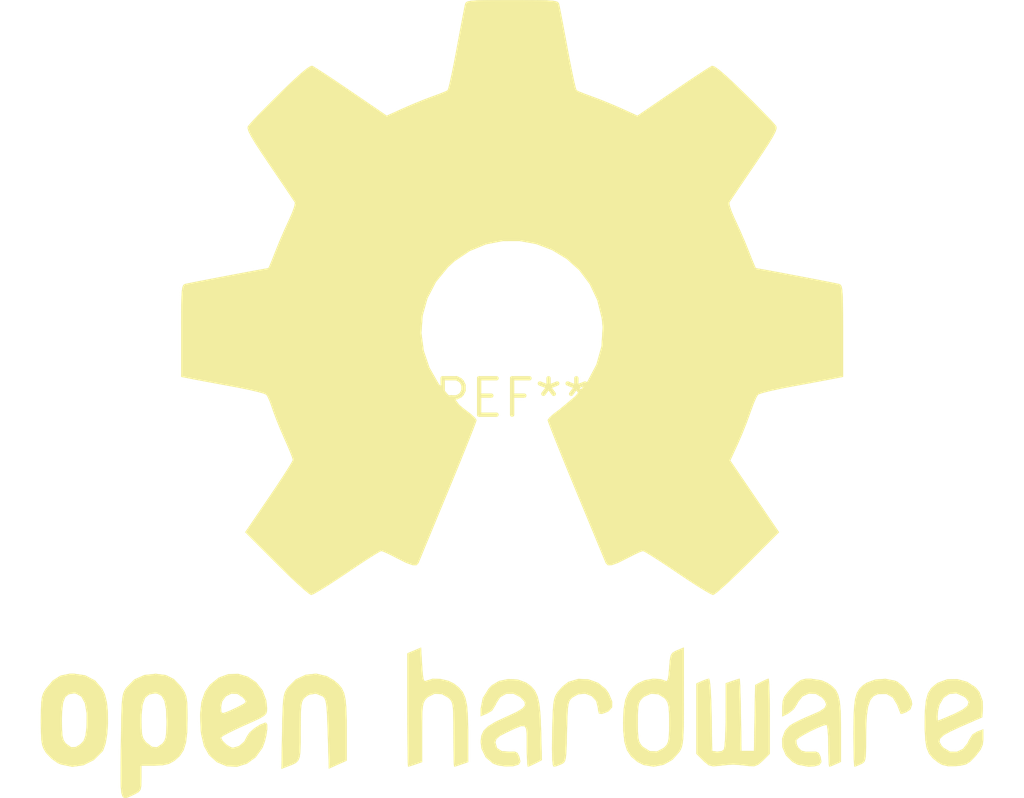
<source format=kicad_pcb>
(kicad_pcb (version 20240108) (generator pcbnew)
  (layers (0 "F.Cu" signal) (31 "B.Cu" signal) (34 "B.Paste" user) (35 "F.Paste" user) (36 "B.SilkS" user "B.Silkscreen") (37 "F.SilkS" user "F.Silkscreen") (38 "B.Mask" user) (39 "F.Mask" user) (44 "Edge.Cuts" user))
  (net 0 "")
  (footprint "OSHW-Logo2_36.5x30mm_SilkScreen" (layer "F.Cu") (at 0 0)
    (property "Reference" "REF**")
    (property "Value" "OSHW-Logo2_36.5x30mm_SilkScreen")
    (fp_poly (pts (xy 13.339224 9.850046) (xy 13.426463 9.888173) (xy 13.634692 10.053088) (xy 13.812756 10.291544) (xy 13.922881 10.546016) (xy 13.940805 10.671469) (xy 13.880713 10.846617) (xy 13.748901 10.939293) (xy 13.607577 10.99541) (xy 13.542865 11.00575) (xy 13.511355 10.930707) (xy 13.449135 10.767403) (xy 13.421837 10.693614) (xy 13.268771 10.438369) (xy 13.047153 10.311057) (xy 12.762982 10.314972) (xy 12.741934 10.319986) (xy 12.59022 10.391917) (xy 12.478685 10.532147) (xy 12.402506 10.757908) (xy 12.356861 11.086427) (xy 12.336926 11.534934) (xy 12.335057 11.773584) (xy 12.33413 12.149783) (xy 12.328056 12.406237) (xy 12.311899 12.569181) (xy 12.28072 12.664845) (xy 12.229582 12.719464) (xy 12.153547 12.759269) (xy 12.149152 12.761273) (xy 12.002727 12.82318) (xy 11.930186 12.845977) (xy 11.91904 12.777055) (xy 11.909498 12.58655) (xy 11.902247 12.298852) (xy 11.897977 11.938353) (xy 11.897126 11.674536) (xy 11.901469 11.164032) (xy 11.918455 10.776742) (xy 11.954018 10.49006) (xy 12.014094 10.281379) (xy 12.10462 10.12809) (xy 12.231529 10.007586) (xy 12.356848 9.923482) (xy 12.658186 9.811548) (xy 13.008893 9.786302) (xy 13.339224 9.850046)) (layer "F.SilkS") (stroke (width 0.01)) (fill solid))
    (fp_poly (pts (xy -6.456427 9.694298) (xy -6.222193 9.829785) (xy -6.059339 9.964267) (xy -5.940234 10.105164) (xy -5.858181 10.277468) (xy -5.806485 10.506171) (xy -5.77845 10.816266) (xy -5.767379 11.232744) (xy -5.766092 11.532128) (xy -5.766092 12.634149) (xy -6.076293 12.773208) (xy -6.386494 12.912268) (xy -6.422989 11.705237) (xy -6.438068 11.254449) (xy -6.453887 10.927252) (xy -6.473486 10.701278) (xy -6.499908 10.554161) (xy -6.536192 10.463532) (xy -6.585381 10.407024) (xy -6.601163 10.394793) (xy -6.840281 10.299266) (xy -7.081982 10.337067) (xy -7.225862 10.437356) (xy -7.284389 10.508424) (xy -7.324902 10.601681) (xy -7.350649 10.743058) (xy -7.364878 10.958486) (xy -7.37084 11.273896) (xy -7.371839 11.602605) (xy -7.372035 12.014999) (xy -7.379097 12.306903) (xy -7.402732 12.503776) (xy -7.45265 12.631077) (xy -7.538561 12.714266) (xy -7.670171 12.778801) (xy -7.845958 12.845861) (xy -8.037949 12.918856) (xy -8.015095 11.623365) (xy -8.005892 11.156347) (xy -7.995124 10.811225) (xy -7.979693 10.563921) (xy -7.956496 10.390363) (xy -7.922432 10.266474) (xy -7.874402 10.168182) (xy -7.816496 10.08146) (xy -7.537121 9.804425) (xy -7.196219 9.644222) (xy -6.825438 9.605847) (xy -6.456427 9.694298)) (layer "F.SilkS") (stroke (width 0.01)) (fill solid))
    (fp_poly (pts (xy 2.664857 9.8048) (xy 2.996413 9.927149) (xy 3.265024 10.143549) (xy 3.370079 10.29588) (xy 3.484606 10.575402) (xy 3.482227 10.777515) (xy 3.36202 10.913446) (xy 3.317543 10.93656) (xy 3.12551 11.008626) (xy 3.02744 10.990163) (xy 2.994222 10.869146) (xy 2.992529 10.802299) (xy 2.931714 10.556371) (xy 2.773202 10.384336) (xy 2.552885 10.301245) (xy 2.306658 10.322153) (xy 2.106505 10.43074) (xy 2.038902 10.49268) (xy 1.990984 10.567823) (xy 1.958615 10.681413) (xy 1.937659 10.858691) (xy 1.923981 11.124899) (xy 1.913445 11.505279) (xy 1.910717 11.625719) (xy 1.900766 12.037737) (xy 1.889453 12.327721) (xy 1.872486 12.519582) (xy 1.845576 12.637233) (xy 1.804432 12.704587) (xy 1.744765 12.745557) (xy 1.706564 12.763657) (xy 1.544333 12.82555) (xy 1.448835 12.845977) (xy 1.41728 12.777757) (xy 1.398019 12.571509) (xy 1.390949 12.224852) (xy 1.395966 11.735406) (xy 1.397528 11.659914) (xy 1.408552 11.213372) (xy 1.421588 10.887308) (xy 1.440138 10.656229) (xy 1.467705 10.494644) (xy 1.507792 10.377062) (xy 1.563902 10.27799) (xy 1.593254 10.235537) (xy 1.761548 10.0477) (xy 1.949775 9.901595) (xy 1.972819 9.888841) (xy 2.310333 9.788149) (xy 2.664857 9.8048)) (layer "F.SilkS") (stroke (width 0.01)) (fill solid))
    (fp_poly (pts (xy 8.950309 9.8496) (xy 8.961448 10.041633) (xy 8.970177 10.333477) (xy 8.975787 10.702053) (xy 8.977586 11.088639) (xy 8.977586 12.396817) (xy 8.746612 12.627792) (xy 8.587444 12.770117) (xy 8.447723 12.827768) (xy 8.256755 12.824119) (xy 8.180951 12.814834) (xy 7.944025 12.787815) (xy 7.748055 12.772332) (xy 7.700287 12.770903) (xy 7.539248 12.780256) (xy 7.308928 12.803735) (xy 7.219624 12.814834) (xy 7.000285 12.832002) (xy 6.852883 12.794712) (xy 6.706724 12.679587) (xy 6.653963 12.627792) (xy 6.422988 12.396817) (xy 6.422988 9.949868) (xy 6.608894 9.865164) (xy 6.768974 9.802424) (xy 6.86263 9.78046) (xy 6.886643 9.849875) (xy 6.909087 10.043826) (xy 6.928466 10.340871) (xy 6.943285 10.719569) (xy 6.950432 11.039512) (xy 6.970402 12.298563) (xy 7.144619 12.323196) (xy 7.303073 12.305973) (xy 7.380714 12.250208) (xy 7.402417 12.145947) (xy 7.420946 11.923859) (xy 7.434828 11.612086) (xy 7.442591 11.238767) (xy 7.44371 11.046652) (xy 7.444828 9.940717) (xy 7.674685 9.860589) (xy 7.837373 9.806109) (xy 7.925868 9.780702) (xy 7.928421 9.78046) (xy 7.937299 9.849523) (xy 7.947057 10.041027) (xy 7.956878 10.331448) (xy 7.96594 10.697261) (xy 7.972271 11.039512) (xy 7.992241 12.298563) (xy 8.430172 12.298563) (xy 8.450268 11.149913) (xy 8.470364 10.001262) (xy 8.683856 9.890861) (xy 8.841483 9.815049) (xy 8.934775 9.780646) (xy 8.937467 9.78046) (xy 8.950309 9.8496)) (layer "F.SilkS") (stroke (width 0.01)) (fill solid))
    (fp_poly (pts (xy -3.138506 9.309643) (xy -3.117116 9.607969) (xy -3.092548 9.783766) (xy -3.058503 9.860447) (xy -3.008683 9.861428) (xy -2.992529 9.852274) (xy -2.777651 9.785995) (xy -2.498138 9.789865) (xy -2.213964 9.857998) (xy -2.036225 9.946139) (xy -1.853987 10.086946) (xy -1.720767 10.246297) (xy -1.629313 10.448774) (xy -1.572376 10.718964) (xy -1.542703 11.08145) (xy -1.533045 11.560816) (xy -1.532872 11.652774) (xy -1.532759 12.68572) (xy -1.762616 12.765849) (xy -1.92587 12.820361) (xy -2.015439 12.845742) (xy -2.018076 12.845977) (xy -2.026896 12.77715) (xy -2.034403 12.587308) (xy -2.040025 12.301412) (xy -2.043191 11.944422) (xy -2.043678 11.727378) (xy -2.044694 11.299432) (xy -2.049921 10.99272) (xy -2.062633 10.782501) (xy -2.086101 10.644034) (xy -2.123597 10.552579) (xy -2.178394 10.483397) (xy -2.212607 10.450079) (xy -2.447628 10.315821) (xy -2.704089 10.305767) (xy -2.936776 10.419312) (xy -2.979806 10.460308) (xy -3.042921 10.537393) (xy -3.086699 10.628828) (xy -3.114645 10.761037) (xy -3.130259 10.960442) (xy -3.137045 11.253464) (xy -3.138506 11.657478) (xy -3.138506 12.68572) (xy -3.368363 12.765849) (xy -3.531617 12.820361) (xy -3.621187 12.845742) (xy -3.623823 12.845977) (xy -3.630563 12.77612) (xy -3.636638 12.579076) (xy -3.641806 12.273633) (xy -3.645822 11.878581) (xy -3.648442 11.412707) (xy -3.649424 10.894801) (xy -3.649425 10.871764) (xy -3.649425 8.897551) (xy -3.412213 8.797492) (xy -3.175 8.697433) (xy -3.138506 9.309643)) (layer "F.SilkS") (stroke (width 0.01)) (fill solid))
    (fp_poly (pts (xy -14.879449 9.665037) (xy -14.537347 9.84492) (xy -14.284873 10.134416) (xy -14.195189 10.320533) (xy -14.125402 10.59998) (xy -14.089678 10.953067) (xy -14.086291 11.338428) (xy -14.113513 11.714698) (xy -14.169617 12.040513) (xy -14.252875 12.274507) (xy -14.278463 12.314806) (xy -14.581546 12.615622) (xy -14.941533 12.795793) (xy -15.332152 12.84852) (xy -15.727131 12.767005) (xy -15.837051 12.718134) (xy -16.05111 12.56753) (xy -16.23898 12.367837) (xy -16.256735 12.342511) (xy -16.328903 12.220453) (xy -16.376608 12.089976) (xy -16.40479 11.918212) (xy -16.418389 11.672295) (xy -16.422345 11.319359) (xy -16.422414 11.24023) (xy -16.422232 11.215048) (xy -15.692529 11.215048) (xy -15.688282 11.548141) (xy -15.671569 11.769185) (xy -15.636437 11.911962) (xy -15.576929 12.010255) (xy -15.546552 12.043104) (xy -15.371911 12.16793) (xy -15.202354 12.162237) (xy -15.030914 12.05396) (xy -14.928662 11.938366) (xy -14.868105 11.769644) (xy -14.834098 11.503582) (xy -14.831765 11.472551) (xy -14.825961 10.990367) (xy -14.886626 10.63225) (xy -15.012939 10.4004) (xy -15.204081 10.297017) (xy -15.272311 10.291379) (xy -15.451473 10.319732) (xy -15.574025 10.417959) (xy -15.648956 10.605815) (xy -15.685252 10.903055) (xy -15.692529 11.215048) (xy -16.422232 11.215048) (xy -16.419695 10.864147) (xy -16.408281 10.601372) (xy -16.383279 10.419286) (xy -16.339803 10.28527) (xy -16.272961 10.166704) (xy -16.25819 10.14466) (xy -16.009921 9.847517) (xy -15.739396 9.675021) (xy -15.410048 9.606547) (xy -15.298209 9.603202) (xy -14.879449 9.665037)) (layer "F.SilkS") (stroke (width 0.01)) (fill solid))
    (fp_poly (pts (xy 15.858597 9.89135) (xy 16.147374 10.080085) (xy 16.28666 10.249044) (xy 16.397009 10.555638) (xy 16.405773 10.798245) (xy 16.385919 11.12264) (xy 15.637787 11.450097) (xy 15.274026 11.617395) (xy 15.036343 11.751975) (xy 14.912753 11.868541) (xy 14.891276 11.9818) (xy 14.95993 12.106456) (xy 15.035632 12.189081) (xy 15.255907 12.321584) (xy 15.495491 12.330868) (xy 15.71553 12.227602) (xy 15.877171 12.022458) (xy 15.906082 11.950019) (xy 16.044563 11.723772) (xy 16.203882 11.627351) (xy 16.422414 11.544864) (xy 16.422414 11.857585) (xy 16.403094 12.070389) (xy 16.327414 12.249845) (xy 16.168795 12.455891) (xy 16.145219 12.482666) (xy 15.968782 12.665979) (xy 15.817118 12.764355) (xy 15.627374 12.809613) (xy 15.470076 12.824434) (xy 15.188716 12.828127) (xy 14.988425 12.781337) (xy 14.863474 12.711868) (xy 14.667094 12.559102) (xy 14.531158 12.393886) (xy 14.445129 12.186103) (xy 14.398469 11.905635) (xy 14.38064 11.522366) (xy 14.379217 11.327841) (xy 14.384056 11.094632) (xy 14.824748 11.094632) (xy 14.829859 11.219741) (xy 14.842598 11.24023) (xy 14.926664 11.212396) (xy 15.107576 11.138733) (xy 15.349368 11.034002) (xy 15.399932 11.011492) (xy 15.705508 10.856106) (xy 15.873868 10.719538) (xy 15.910869 10.591622) (xy 15.822367 10.462191) (xy 15.749277 10.405001) (xy 15.48554 10.290625) (xy 15.23869 10.309521) (xy 15.032031 10.449129) (xy 14.888869 10.696883) (xy 14.84297 10.893535) (xy 14.824748 11.094632) (xy 14.384056 11.094632) (xy 14.388648 10.873378) (xy 14.423397 10.537133) (xy 14.492235 10.292289) (xy 14.60393 10.112028) (xy 14.767253 9.969532) (xy 14.838457 9.923482) (xy 15.161906 9.803554) (xy 15.51603 9.796008) (xy 15.858597 9.89135)) (layer "F.SilkS") (stroke (width 0.01)) (fill solid))
    (fp_poly (pts (xy 5.984785 10.386139) (xy 5.983858 10.931653) (xy 5.98027 11.351298) (xy 5.972506 11.665176) (xy 5.959055 11.893388) (xy 5.938404 12.056038) (xy 5.90904 12.173228) (xy 5.869452 12.26506) (xy 5.839475 12.317478) (xy 5.591224 12.601736) (xy 5.276471 12.779912) (xy 4.928228 12.843846) (xy 4.579511 12.785374) (xy 4.371857 12.680298) (xy 4.153862 12.498529) (xy 4.005291 12.276531) (xy 3.915652 11.985801) (xy 3.874453 11.597838) (xy 3.868618 11.313219) (xy 3.869405 11.292765) (xy 4.37931 11.292765) (xy 4.382425 11.619144) (xy 4.396694 11.835201) (xy 4.429511 11.976546) (xy 4.488264 12.078784) (xy 4.558464 12.155904) (xy 4.794219 12.304763) (xy 5.04735 12.317479) (xy 5.286589 12.193198) (xy 5.30521 12.176358) (xy 5.384686 12.088756) (xy 5.43452 11.984529) (xy 5.461499 11.829404) (xy 5.472412 11.58911) (xy 5.474138 11.323447) (xy 5.470397 10.989701) (xy 5.454911 10.767055) (xy 5.421285 10.620733) (xy 5.363126 10.515955) (xy 5.315438 10.460308) (xy 5.093907 10.319963) (xy 4.838769 10.303088) (xy 4.595238 10.410284) (xy 4.548239 10.450079) (xy 4.468232 10.538454) (xy 4.418296 10.643755) (xy 4.391483 10.800627) (xy 4.380848 11.043719) (xy 4.37931 11.292765) (xy 3.869405 11.292765) (xy 3.886259 10.854868) (xy 3.946179 10.510489) (xy 4.058869 10.25158) (xy 4.234821 10.04964) (xy 4.371857 9.946139) (xy 4.62094 9.834321) (xy 4.909637 9.782419) (xy 5.177998 9.796312) (xy 5.328161 9.852357) (xy 5.387088 9.868307) (xy 5.426191 9.808837) (xy 5.453487 9.649471) (xy 5.474138 9.406718) (xy 5.496747 9.136353) (xy 5.528153 8.973687) (xy 5.585298 8.880669) (xy 5.685126 8.819248) (xy 5.747845 8.792048) (xy 5.985057 8.692679) (xy 5.984785 10.386139)) (layer "F.SilkS") (stroke (width 0.01)) (fill solid))
    (fp_poly (pts (xy -9.211121 9.711691) (xy -8.923356 9.905279) (xy -8.700973 10.184873) (xy -8.568127 10.540663) (xy -8.541258 10.802537) (xy -8.54431 10.911816) (xy -8.56986 10.995486) (xy -8.640097 11.070447) (xy -8.77721 11.153599) (xy -9.003388 11.261844) (xy -9.34082 11.412082) (xy -9.342529 11.412836) (xy -9.653124 11.555093) (xy -9.907819 11.681414) (xy -10.080583 11.778199) (xy -10.145385 11.83185) (xy -10.145402 11.832282) (xy -10.088288 11.949111) (xy -9.954727 12.077886) (xy -9.801395 12.170653) (xy -9.723712 12.189081) (xy -9.511777 12.125346) (xy -9.329268 11.965728) (xy -9.240218 11.790234) (xy -9.15455 11.660857) (xy -8.986743 11.513522) (xy -8.789481 11.38624) (xy -8.615449 11.317022) (xy -8.579057 11.313219) (xy -8.538093 11.375802) (xy -8.535625 11.535778) (xy -8.565729 11.751482) (xy -8.622484 11.981252) (xy -8.699966 12.183424) (xy -8.703879 12.191273) (xy -8.937047 12.516835) (xy -9.23924 12.738277) (xy -9.582432 12.846966) (xy -9.9386 12.834265) (xy -10.279719 12.691541) (xy -10.294887 12.681505) (xy -10.563225 12.438316) (xy -10.73967 12.121023) (xy -10.837316 11.703815) (xy -10.850421 11.586597) (xy -10.87363 11.033324) (xy -10.845806 10.775311) (xy -10.145402 10.775311) (xy -10.136302 10.936257) (xy -10.086527 10.983228) (xy -9.962436 10.948088) (xy -9.766833 10.865022) (xy -9.548186 10.760898) (xy -9.542752 10.758141) (xy -9.357426 10.660662) (xy -9.283047 10.59561) (xy -9.301388 10.527413) (xy -9.378618 10.437804) (xy -9.5751 10.308127) (xy -9.786694 10.298599) (xy -9.976493 10.392973) (xy -10.107589 10.575004) (xy -10.145402 10.775311) (xy -10.845806 10.775311) (xy -10.825891 10.590652) (xy -10.703414 10.239572) (xy -10.53291 9.993619) (xy -10.225163 9.745074) (xy -9.886179 9.621778) (xy -9.540114 9.613921) (xy -9.211121 9.711691)) (layer "F.SilkS") (stroke (width 0.01)) (fill solid))
    (fp_poly (pts (xy 0.199861 9.810901) (xy 0.485857 9.917104) (xy 0.489129 9.919146) (xy 0.666008 10.049325) (xy 0.796589 10.201459) (xy 0.888428 10.399718) (xy 0.949084 10.668272) (xy 0.986113 11.031292) (xy 1.007073 11.512949) (xy 1.00891 11.581571) (xy 1.035299 12.616303) (xy 0.813228 12.73114) (xy 0.652545 12.808745) (xy 0.555525 12.845516) (xy 0.551038 12.845977) (xy 0.534249 12.778126) (xy 0.520912 12.595103) (xy 0.512708 12.327702) (xy 0.510919 12.111174) (xy 0.510878 11.760406) (xy 0.494843 11.540128) (xy 0.438949 11.435063) (xy 0.319331 11.429937) (xy 0.112123 11.509475) (xy -0.200718 11.655681) (xy -0.430758 11.777113) (xy -0.549073 11.882466) (xy -0.583855 11.99729) (xy -0.583908 12.002973) (xy -0.526512 12.200777) (xy -0.356576 12.307637) (xy -0.096505 12.323115) (xy 0.090824 12.32043) (xy 0.189598 12.374383) (xy 0.251196 12.503977) (xy 0.286648 12.669081) (xy 0.235557 12.762761) (xy 0.21632 12.776169) (xy 0.035207 12.830015) (xy -0.218418 12.837638) (xy -0.479609 12.801946) (xy -0.664687 12.73672) (xy -0.92057 12.519463) (xy -1.066023 12.217041) (xy -1.094828 11.980769) (xy -1.072845 11.767655) (xy -0.993299 11.593691) (xy -0.835791 11.439181) (xy -0.579922 11.28443) (xy -0.205294 11.109743) (xy -0.182471 11.09987) (xy 0.154993 10.943971) (xy 0.363235 10.816115) (xy 0.452493 10.701221) (xy 0.433008 10.584208) (xy 0.315017 10.449996) (xy 0.279734 10.419109) (xy 0.043398 10.299353) (xy -0.201486 10.304395) (xy -0.414759 10.42181) (xy -0.55626 10.639172) (xy -0.569408 10.681836) (xy -0.697443 10.88876) (xy -0.859907 10.98843) (xy -1.094828 11.087206) (xy -1.094828 10.831645) (xy -1.023367 10.460181) (xy -0.811262 10.11946) (xy -0.700887 10.005477) (xy -0.449987 9.859184) (xy -0.130912 9.79296) (xy 0.199861 9.810901)) (layer "F.SilkS") (stroke (width 0.01)) (fill solid))
    (fp_poly (pts (xy -12.070251 9.654758) (xy -11.791375 9.793806) (xy -11.54523 10.049827) (xy -11.477443 10.14466) (xy -11.403594 10.268751) (xy -11.35568 10.403531) (xy -11.328268 10.583411) (xy -11.315928 10.842805) (xy -11.313218 11.185252) (xy -11.325455 11.654539) (xy -11.36799 12.006896) (xy -11.449558 12.26977) (xy -11.578896 12.470607) (xy -11.76474 12.636853) (xy -11.778395 12.646696) (xy -11.961549 12.747384) (xy -12.182101 12.797201) (xy -12.462595 12.809483) (xy -12.918582 12.809483) (xy -12.918774 13.252143) (xy -12.923017 13.498675) (xy -12.948874 13.643284) (xy -13.016446 13.730014) (xy -13.14583 13.802911) (xy -13.176902 13.817804) (xy -13.322308 13.887597) (xy -13.43489 13.931679) (xy -13.518604 13.935486) (xy -13.577405 13.884453) (xy -13.615249 13.764017) (xy -13.636093 13.559614) (xy -13.643891 13.25668) (xy -13.6426 12.840651) (xy -13.636177 12.296963) (xy -13.634171 12.134339) (xy -13.626944 11.573755) (xy -13.62047 11.207053) (xy -12.918966 11.207053) (xy -12.915023 11.518315) (xy -12.8975 11.721967) (xy -12.857855 11.856288) (xy -12.787547 11.959559) (xy -12.739812 12.009927) (xy -12.544662 12.157303) (xy -12.371882 12.169299) (xy -12.1936 12.047595) (xy -12.189081 12.043104) (xy -12.116544 11.949045) (xy -12.072418 11.821211) (xy -12.05016 11.624345) (xy -12.043229 11.323189) (xy -12.043104 11.25647) (xy -12.059854 10.841458) (xy -12.11438 10.553763) (xy -12.213089 10.378135) (xy -12.36239 10.299323) (xy -12.448679 10.291379) (xy -12.653474 10.32865) (xy -12.793948 10.451371) (xy -12.878506 10.675904) (xy -12.915551 11.018614) (xy -12.918966 11.207053) (xy -13.62047 11.207053) (xy -13.619284 11.139881) (xy -13.609383 10.813455) (xy -13.595436 10.575219) (xy -13.575635 10.40591) (xy -13.548174 10.286269) (xy -13.511247 10.197034) (xy -13.463046 10.118944) (xy -13.442378 10.08956) (xy -13.168219 9.811992) (xy -12.821587 9.654618) (xy -12.420616 9.610744) (xy -12.070251 9.654758)) (layer "F.SilkS") (stroke (width 0.01)) (fill solid))
    (fp_poly (pts (xy 10.786016 9.837891) (xy 10.996172 9.933484) (xy 11.161124 10.049314) (xy 11.281986 10.17883) (xy 11.365431 10.345908) (xy 11.418133 10.574423) (xy 11.446767 10.888252) (xy 11.458008 11.311269) (xy 11.459195 11.589832) (xy 11.459195 12.676569) (xy 11.27329 12.761273) (xy 11.126865 12.82318) (xy 11.054324 12.845977) (xy 11.040446 12.778142) (xy 11.029437 12.595236) (xy 11.022696 12.328158) (xy 11.021264 12.116092) (xy 11.015114 11.809719) (xy 10.998531 11.566669) (xy 10.974316 11.417836) (xy 10.95508 11.386207) (xy 10.825778 11.418506) (xy 10.622793 11.501349) (xy 10.387755 11.613653) (xy 10.162293 11.734337) (xy 9.988038 11.84232) (xy 9.906619 11.916519) (xy 9.906297 11.917322) (xy 9.9133 12.054642) (xy 9.976098 12.18573) (xy 10.086352 12.292203) (xy 10.247273 12.327815) (xy 10.384802 12.323665) (xy 10.579586 12.320612) (xy 10.681831 12.366246) (xy 10.743237 12.486814) (xy 10.75098 12.50955) (xy 10.7776 12.681496) (xy 10.706413 12.7859) (xy 10.52086 12.835657) (xy 10.32042 12.84486) (xy 9.959725 12.776645) (xy 9.773006 12.679226) (xy 9.542406 12.450369) (xy 9.420108 12.169456) (xy 9.409134 11.872628) (xy 9.512503 11.596027) (xy 9.667991 11.422701) (xy 9.823234 11.325663) (xy 10.067238 11.202812) (xy 10.35158 11.078229) (xy 10.398975 11.059192) (xy 10.711303 10.921362) (xy 10.891347 10.799885) (xy 10.949251 10.679119) (xy 10.895159 10.543425) (xy 10.802299 10.437356) (xy 10.582818 10.306755) (xy 10.341325 10.296959) (xy 10.119859 10.397602) (xy 9.960464 10.598316) (xy 9.939543 10.6501) (xy 9.817739 10.840563) (xy 9.639912 10.981963) (xy 9.415517 11.098002) (xy 9.415517 10.768961) (xy 9.428725 10.567919) (xy 9.485354 10.409466) (xy 9.610917 10.240408) (xy 9.731454 10.11019) (xy 9.918886 9.925805) (xy 10.064514 9.826756) (xy 10.22093 9.787025) (xy 10.397983 9.78046) (xy 10.786016 9.837891)) (layer "F.SilkS") (stroke (width 0.01)) (fill solid))
    (fp_poly (pts (xy 0.522534 -13.867505) (xy 0.917515 -13.865342) (xy 1.203368 -13.859487) (xy 1.398517 -13.848095) (xy 1.521385 -13.829325) (xy 1.590398 -13.801334) (xy 1.623979 -13.762279) (xy 1.640552 -13.710318) (xy 1.642163 -13.703592) (xy 1.667338 -13.582217) (xy 1.713937 -13.342738) (xy 1.777113 -13.010643) (xy 1.852018 -12.611423) (xy 1.933804 -12.170566) (xy 1.93666 -12.155083) (xy 2.018583 -11.723046) (xy 2.095232 -11.341328) (xy 2.161659 -11.032822) (xy 2.212918 -10.820423) (xy 2.244064 -10.727025) (xy 2.245549 -10.72537) (xy 2.337298 -10.679761) (xy 2.526464 -10.603758) (xy 2.772195 -10.513768) (xy 2.773563 -10.513287) (xy 3.083081 -10.396945) (xy 3.447989 -10.24874) (xy 3.791953 -10.099728) (xy 3.808232 -10.09236) (xy 4.368475 -9.838086) (xy 5.609046 -10.685257) (xy 5.989614 -10.94352) (xy 6.334352 -11.174407) (xy 6.623287 -11.36479) (xy 6.836447 -11.501537) (xy 6.95386 -11.571518) (xy 6.96501 -11.576708) (xy 7.050336 -11.553601) (xy 7.209703 -11.44211) (xy 7.449327 -11.236978) (xy 7.775423 -10.932948) (xy 8.108321 -10.609488) (xy 8.429235 -10.290746) (xy 8.716452 -9.999885) (xy 8.952681 -9.754869) (xy 9.120632 -9.573659) (xy 9.203014 -9.474217) (xy 9.206079 -9.469098) (xy 9.215186 -9.400859) (xy 9.180876 -9.289416) (xy 9.094672 -9.119721) (xy 8.948098 -8.876722) (xy 8.732676 -8.545372) (xy 8.445499 -8.118811) (xy 8.190634 -7.743362) (xy 7.962807 -7.406626) (xy 7.775181 -7.128151) (xy 7.640923 -6.927488) (xy 7.573199 -6.824187) (xy 7.568936 -6.817174) (xy 7.577204 -6.718198) (xy 7.639882 -6.525828) (xy 7.744495 -6.276421) (xy 7.78178 -6.196772) (xy 7.944465 -5.841935) (xy 8.11803 -5.439316) (xy 8.259022 -5.090948) (xy 8.360617 -4.83239) (xy 8.441314 -4.635896) (xy 8.487945 -4.5332) (xy 8.493743 -4.525287) (xy 8.579506 -4.51218) (xy 8.781672 -4.476266) (xy 9.073358 -4.422658) (xy 9.427686 -4.356467) (xy 9.817775 -4.282808) (xy 10.216744 -4.206792) (xy 10.597713 -4.13353) (xy 10.933801 -4.068137) (xy 11.198129 -4.015724) (xy 11.363815 -3.981403) (xy 11.404454 -3.971699) (xy 11.446433 -3.947749) (xy 11.478121 -3.89366) (xy 11.500944 -3.791172) (xy 11.516328 -3.622028) (xy 11.525699 -3.367971) (xy 11.530481 -3.010743) (xy 11.5321 -2.532087) (xy 11.532184 -2.335888) (xy 11.532184 -0.740234) (xy 11.148994 -0.664601) (xy 10.935805 -0.62359) (xy 10.617674 -0.563727) (xy 10.233288 -0.492233) (xy 9.821336 -0.416332) (xy 9.707471 -0.395484) (xy 9.327331 -0.321574) (xy 8.99617 -0.248895) (xy 8.741784 -0.184178) (xy 8.591969 -0.134156) (xy 8.567013 -0.119247) (xy 8.505733 -0.013664) (xy 8.417869 0.190924) (xy 8.320432 0.454208) (xy 8.301105 0.51092) (xy 8.1734 0.862544) (xy 8.014884 1.259286) (xy 7.859759 1.615562) (xy 7.858995 1.617216) (xy 7.600668 2.176099) (xy 8.450285 3.425839) (xy 9.299901 4.67558) (xy 8.209053 5.76825) (xy 7.879121 6.093452) (xy 7.578197 6.380121) (xy 7.323182 6.612954) (xy 7.130977 6.776645) (xy 7.018483 6.855892) (xy 7.002346 6.86092) (xy 6.9076 6.821324) (xy 6.714269 6.71124) (xy 6.443472 6.543725) (xy 6.11633 6.331836) (xy 5.76263 6.09454) (xy 5.403653 5.852495) (xy 5.083588 5.641878) (xy 4.822762 5.475646) (xy 4.6415 5.366756) (xy 4.560394 5.328161) (xy 4.46144 5.36082) (xy 4.273797 5.446876) (xy 4.036169 5.56845) (xy 4.010979 5.581963) (xy 3.690978 5.74245) (xy 3.471545 5.821157) (xy 3.335069 5.821994) (xy 3.263938 5.748869) (xy 3.263524 5.747845) (xy 3.227969 5.661245) (xy 3.143172 5.455672) (xy 3.01571 5.147035) (xy 2.852156 4.751246) (xy 2.659085 4.284216) (xy 2.443072 3.761855) (xy 2.233876 3.256115) (xy 2.003969 2.697999) (xy 1.792876 2.18098) (xy 1.606922 1.720906) (xy 1.452436 1.333627) (xy 1.335743 1.034991) (xy 1.26317 0.840847) (xy 1.240805 0.768391) (xy 1.296891 0.685275) (xy 1.443596 0.552807) (xy 1.639221 0.406761) (xy 2.196334 -0.05512) (xy 2.631794 -0.584544) (xy 2.940384 -1.170359) (xy 3.116884 -1.801414) (xy 3.156076 -2.466557) (xy 3.127589 -2.773563) (xy 2.972374 -3.410516) (xy 2.705058 -3.972996) (xy 2.342222 -4.455456) (xy 1.900444 -4.852348) (xy 1.396306 -5.158125) (xy 0.846386 -5.367238) (xy 0.267264 -5.474139) (xy -0.324479 -5.473282) (xy -0.912264 -5.359119) (xy -1.479511 -5.126102) (xy -2.00964 -4.768682) (xy -2.23091 -4.566542) (xy -2.655277 -4.047481) (xy -2.950753 -3.480262) (xy -3.119305 -2.881417) (xy -3.1629 -2.267483) (xy -3.083505 -1.654992) (xy -2.883087 -1.060481) (xy -2.563613 -0.500483) (xy -2.127051 0.008467) (xy -1.639221 0.406761) (xy -1.436023 0.559006) (xy -1.292477 0.690037) (xy -1.240805 0.768515) (xy -1.26786 0.854097) (xy -1.344807 1.058547) (xy -1.465315 1.366017) (xy -1.623054 1.760658) (xy -1.811695 2.226623) (xy -2.024906 2.748064) (xy -2.234454 3.256239) (xy -2.465639 3.814833) (xy -2.679777 4.332461) (xy -2.870295 4.793216) (xy -3.030617 5.181188) (xy -3.154171 5.48047) (xy -3.234381 5.675152) (xy -3.264102 5.747845) (xy -3.334315 5.821694) (xy -3.470127 5.821477) (xy -3.689014 5.743315) (xy -4.008453 5.583324) (xy -4.010979 5.581963) (xy -4.251495 5.457804) (xy -4.445922 5.367363) (xy -4.555557 5.328519) (xy -4.560395 5.328161) (xy -4.642927 5.367561) (xy -4.825136 5.477124) (xy -5.086694 5.643893) (xy -5.407276 5.854909) (xy -5.76263 6.09454) (xy -6.124418 6.337168) (xy -6.45049 6.548174) (xy -6.719725 6.714502) (xy -6.911004 6.823095) (xy -7.002346 6.86092) (xy -7.086455 6.811204) (xy -7.255561 6.672259) (xy -7.492767 6.459385) (xy -7.781175 6.187882) (xy -8.103888 5.873054) (xy -8.209428 5.767874) (xy -9.300652 4.674828) (xy -8.470058 3.45585) (xy -8.217635 3.081513) (xy -7.996095 2.745549) (xy -7.817866 2.467423) (xy -7.695376 2.266597) (xy -7.641055 2.162535) (xy -7.639464 2.155132) (xy -7.668101 2.057046) (xy -7.745127 1.859737) (xy -7.857211 1.596272) (xy -7.935883 1.419886) (xy -8.082981 1.082191) (xy -8.221511 0.741022) (xy -8.32891 0.452758) (xy -8.358084 0.364943) (xy -8.440972 0.130434) (xy -8.521998 -0.050764) (xy -8.566502 -0.119247) (xy -8.664714 -0.161159) (xy -8.879065 -0.220574) (xy -9.181742 -0.290757) (xy -9.544933 -0.364976) (xy -9.707471 -0.395484) (xy -10.120217 -0.471329) (xy -10.516119 -0.544767) (xy -10.85649 -0.608578) (xy -11.102642 -0.655538) (xy -11.148994 -0.664601) (xy -11.532184 -0.740234) (xy -11.532184 -2.335888) (xy -11.531323 -2.860576) (xy -11.527791 -3.25755) (xy -11.520161 -3.545067) (xy -11.507009 -3.741384) (xy -11.486908 -3.864761) (xy -11.458432 -3.933453) (xy -11.420157 -3.965718) (xy -11.404454 -3.971699) (xy -11.309739 -3.992916) (xy -11.100489 -4.03525) (xy -10.803584 -4.093586) (xy -10.445904 -4.162813) (xy -10.05433 -4.237818) (xy -9.655743 -4.313489) (xy -9.277022 -4.384713) (xy -8.945048 -4.446378) (xy -8.686702 -4.493372) (xy -8.528863 -4.520583) (xy -8.493743 -4.525287) (xy -8.461926 -4.588241) (xy -8.391499 -4.755946) (xy -8.295629 -4.996668) (xy -8.259022 -5.090948) (xy -8.111371 -5.455196) (xy -7.9375 -5.857623) (xy -7.78178 -6.196772) (xy -7.667199 -6.456097) (xy -7.590967 -6.669185) (xy -7.56552 -6.799684) (xy -7.569577 -6.817174) (xy -7.623359 -6.899745) (xy -7.746163 -7.083392) (xy -7.924808 -7.348557) (xy -8.146114 -7.675685) (xy -8.396897 -8.04522) (xy -8.446486 -8.118164) (xy -8.73747 -8.550341) (xy -8.951369 -8.879435) (xy -9.09671 -9.120598) (xy -9.18202 -9.288981) (xy -9.215827 -9.399736) (xy -9.206659 -9.468016) (xy -9.206425 -9.468451) (xy -9.134268 -9.558135) (xy -8.974667 -9.731522) (xy -8.744923 -9.970636) (xy -8.462334 -10.257503) (xy -8.144198 -10.574148) (xy -8.108321 -10.609488) (xy -7.707394 -10.997742) (xy -7.397988 -11.282825) (xy -7.173889 -11.469995) (xy -7.02888 -11.564509) (xy -6.96501 -11.576708) (xy -6.871795 -11.523492) (xy -6.678357 -11.400566) (xy -6.404667 -11.221063) (xy -6.0707 -10.998111) (xy -5.696425 -10.744843) (xy -5.609046 -10.685257) (xy -4.368475 -9.838086) (xy -3.808232 -10.09236) (xy -3.467527 -10.240543) (xy -3.101809 -10.389574) (xy -2.787413 -10.508399) (xy -2.773563 -10.513287) (xy -2.527643 -10.603307) (xy -2.338073 -10.679427) (xy -2.245706 -10.725238) (xy -2.245549 -10.72537) (xy -2.21624 -10.808178) (xy -2.166419 -11.011832) (xy -2.101032 -11.313437) (xy -2.025024 -11.690102) (xy -1.943343 -12.118931) (xy -1.93666 -12.155083) (xy -1.854724 -12.596912) (xy -1.779505 -12.997974) (xy -1.715848 -13.332781) (xy -1.668603 -13.575842) (xy -1.642617 -13.70167) (xy -1.642163 -13.703592) (xy -1.626349 -13.757118) (xy -1.595597 -13.797531) (xy -1.531485 -13.826673) (xy -1.415587 -13.846388) (xy -1.229479 -13.858517) (xy -0.954737 -13.864903) (xy -0.572937 -13.867388) (xy -0.065654 -13.867815) (xy 0 -13.867816) (xy 0.522534 -13.867505)) (layer "F.SilkS") (stroke (width 0.01)) (fill solid))
  )
)
</source>
